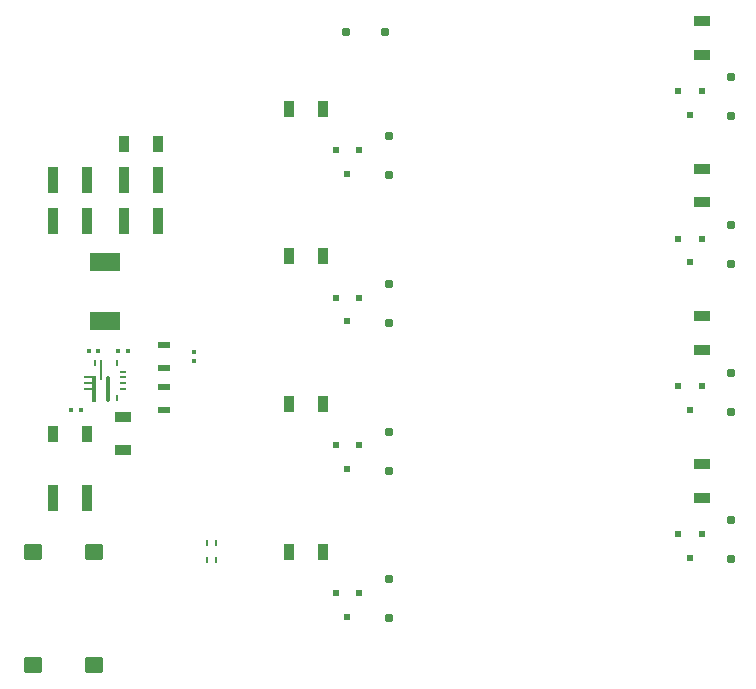
<source format=gbr>
G04 --- HEADER BEGIN --- *
G04 #@! TF.GenerationSoftware,LibrePCB,LibrePCB,1.0.0*
G04 #@! TF.CreationDate,2024-05-06T14:58:10*
G04 #@! TF.ProjectId,OSm Thermal,b11a65fa-6c4c-431c-8545-341aca355aaf,v1.7*
G04 #@! TF.Part,Single*
G04 #@! TF.SameCoordinates*
G04 #@! TF.FileFunction,Paste,Top*
G04 #@! TF.FilePolarity,Positive*
%FSLAX66Y66*%
%MOMM*%
G01*
G75*
G04 --- HEADER END --- *
G04 --- APERTURE LIST BEGIN --- *
%AMROUNDEDRECT10*20,1,0.72,-0.225,0.0,0.225,0.0,0.0*20,1,0.45,-0.36,0.0,0.36,0.0,0.0*1,1,0.27,-0.225,0.225*1,1,0.27,0.225,0.225*1,1,0.27,0.225,-0.225*1,1,0.27,-0.225,-0.225*%
%ADD10ROUNDEDRECT10*%
%AMROUNDEDRECT11*20,1,1.6,-1.25,0.0,1.25,0.0,0.0*20,1,1.5,-1.3,0.0,1.3,0.0,0.0*1,1,0.1,-1.25,0.75*1,1,0.1,1.25,0.75*1,1,0.1,1.25,-0.75*1,1,0.1,-1.25,-0.75*%
%ADD11ROUNDEDRECT11*%
%AMROUNDEDRECT12*20,1,0.2,-0.2375,0.0,0.2375,0.0,0.0*20,1,0.125,-0.275,0.0,0.275,0.0,0.0*1,1,0.075,-0.2375,0.0625*1,1,0.075,0.2375,0.0625*1,1,0.075,0.2375,-0.0625*1,1,0.075,-0.2375,-0.0625*%
%ADD12ROUNDEDRECT12*%
%AMROUNDEDRECT13*20,1,0.2,-0.2375,0.0,0.2375,0.0,90.0*20,1,0.125,-0.275,0.0,0.275,0.0,90.0*1,1,0.075,-0.0625,-0.2375*1,1,0.075,-0.0625,0.2375*1,1,0.075,0.0625,0.2375*1,1,0.075,0.0625,-0.2375*%
%ADD13ROUNDEDRECT13*%
%AMROUNDEDRECT14*20,1,0.2,-0.2875,0.0,0.2875,0.0,0.0*20,1,0.125,-0.325,0.0,0.325,0.0,0.0*1,1,0.075,-0.2875,0.0625*1,1,0.075,0.2875,0.0625*1,1,0.075,0.2875,-0.0625*1,1,0.075,-0.2875,-0.0625*%
%ADD14ROUNDEDRECT14*%
%AMOUTLINE15*4,1,16,0.15,-1.086603,0.186603,-1.05,0.2,-1.0,0.2,1.0,0.186603,1.05,0.15,1.086603,0.1,1.1,-0.1,1.1,-0.15,1.086603,-0.186603,1.05,-0.2,1.0,-0.2,-1.0,-0.186603,-1.05,-0.15,-1.086603,-0.1,-1.1,0.1,-1.1,0.15,-1.086603,180.0*%
%ADD15OUTLINE15*%
%AMROUNDEDRECT16*20,1,0.2,-0.8375,0.0,0.8375,0.0,90.0*20,1,0.125,-0.875,0.0,0.875,0.0,90.0*1,1,0.075,-0.0625,-0.8375*1,1,0.075,-0.0625,0.8375*1,1,0.075,0.0625,0.8375*1,1,0.075,0.0625,-0.8375*%
%ADD16ROUNDEDRECT16*%
%AMROUNDEDRECT17*20,1,0.32,-1.0,0.0,1.0,0.0,90.0*20,1,0.2,-1.06,0.0,1.06,0.0,90.0*1,1,0.12,-0.1,-1.0*1,1,0.12,-0.1,1.0*1,1,0.12,0.1,1.0*1,1,0.12,0.1,-1.0*%
%ADD17ROUNDEDRECT17*%
%ADD18R,1.1X0.6*%
%ADD19R,1.39X0.84*%
%ADD20R,0.32X0.42*%
%ADD21R,0.84X1.39*%
%ADD22R,0.84X2.29*%
%AMROUNDEDRECT23*20,1,0.56,-0.175,0.0,0.175,0.0,0.0*20,1,0.35,-0.28,0.0,0.28,0.0,0.0*1,1,0.21,-0.175,0.175*1,1,0.21,0.175,0.175*1,1,0.21,0.175,-0.175*1,1,0.21,-0.175,-0.175*%
%ADD23ROUNDEDRECT23*%
%AMROUNDEDRECT24*20,1,1.28,-0.652,0.0,0.652,0.0,0.0*20,1,1.104,-0.74,0.0,0.74,0.0,0.0*1,1,0.176,-0.652,0.552*1,1,0.176,0.652,0.552*1,1,0.176,0.652,-0.552*1,1,0.176,-0.652,-0.552*%
%ADD24ROUNDEDRECT24*%
%AMROUNDEDRECT25*20,1,0.24,-0.175,0.0,0.175,0.0,90.0*20,1,0.15,-0.22,0.0,0.22,0.0,90.0*1,1,0.09,-0.075,-0.175*1,1,0.09,-0.075,0.175*1,1,0.09,0.075,0.175*1,1,0.09,0.075,-0.175*%
%ADD25ROUNDEDRECT25*%
%ADD26R,0.42X0.32*%
G04 --- APERTURE LIST END --- *
G04 --- BOARD BEGIN --- *
D10*
G04 #@! TO.C,D6*
X84500000Y-47850000D03*
X84500000Y-51150000D03*
D11*
G04 #@! TO.C,L1*
X31500000Y-31000000D03*
X31500000Y-26000000D03*
D10*
G04 #@! TO.C,D7*
X84500000Y-35350000D03*
X84500000Y-38650000D03*
G04 #@! TO.C,D9*
X84500000Y-10350000D03*
X84500000Y-13650000D03*
D12*
G04 #@! TO.C,U1*
X33000000Y-35750000D03*
D13*
X32500000Y-37500000D03*
X32500000Y-34500000D03*
D14*
X30050000Y-36250000D03*
D13*
X30600000Y-34500000D03*
D12*
X33000000Y-35250000D03*
D15*
X30500000Y-36700000D03*
D12*
X33000000Y-36250000D03*
X33000000Y-36750000D03*
D16*
X31100000Y-35100000D03*
D14*
X30050000Y-35750000D03*
D17*
X31700000Y-36700000D03*
D14*
X30050000Y-36750000D03*
D18*
G04 #@! TO.C,R2*
X36500000Y-34975000D03*
X36500000Y-33025000D03*
D19*
G04 #@! TO.C,R10*
X82000000Y-20925000D03*
X82000000Y-18075000D03*
D20*
G04 #@! TO.C,C5*
X28600000Y-38500000D03*
X29400000Y-38500000D03*
D21*
G04 #@! TO.C,C4*
X29925000Y-40500000D03*
X27075000Y-40500000D03*
D22*
G04 #@! TO.C,C7*
X27075000Y-19000000D03*
X29925000Y-19000000D03*
D18*
G04 #@! TO.C,R3*
X36500000Y-38475000D03*
X36500000Y-36525000D03*
D23*
G04 #@! TO.C,Q2*
X53000000Y-41500000D03*
X51000000Y-41500000D03*
X52000000Y-43500000D03*
D19*
G04 #@! TO.C,R1*
X33000000Y-39075000D03*
X33000000Y-41925000D03*
D22*
G04 #@! TO.C,C3*
X29925000Y-46000000D03*
X27075000Y-46000000D03*
D24*
G04 #@! TO.C,BR1*
X25400000Y-60100000D03*
X30500000Y-50500000D03*
X25400000Y-50500000D03*
X30500000Y-60100000D03*
D21*
G04 #@! TO.C,R5*
X49925000Y-38000000D03*
X47075000Y-38000000D03*
D23*
G04 #@! TO.C,Q5*
X82000000Y-49000000D03*
X80000000Y-49000000D03*
X81000000Y-51000000D03*
D20*
G04 #@! TO.C,C1*
X32600000Y-33500000D03*
X33400000Y-33500000D03*
D22*
G04 #@! TO.C,C10*
X27075000Y-22500000D03*
X29925000Y-22500000D03*
D10*
G04 #@! TO.C,D3*
X55500000Y-40350000D03*
X55500000Y-43650000D03*
D20*
G04 #@! TO.C,C2*
X30900000Y-33500000D03*
X30100000Y-33500000D03*
D10*
G04 #@! TO.C,D2*
X55500000Y-52850000D03*
X55500000Y-56150000D03*
D23*
G04 #@! TO.C,Q4*
X53000000Y-16500000D03*
X51000000Y-16500000D03*
X52000000Y-18500000D03*
D10*
G04 #@! TO.C,D8*
X84500000Y-22850000D03*
X84500000Y-26150000D03*
D21*
G04 #@! TO.C,R4*
X49925000Y-50500000D03*
X47075000Y-50500000D03*
D23*
G04 #@! TO.C,Q8*
X82000000Y-11500000D03*
X80000000Y-11500000D03*
X81000000Y-13500000D03*
D21*
G04 #@! TO.C,R7*
X49925000Y-13000000D03*
X47075000Y-13000000D03*
D23*
G04 #@! TO.C,Q3*
X53000000Y-29000000D03*
X51000000Y-29000000D03*
X52000000Y-31000000D03*
D21*
G04 #@! TO.C,C6*
X35925000Y-16000000D03*
X33075000Y-16000000D03*
D19*
G04 #@! TO.C,R11*
X82000000Y-8425000D03*
X82000000Y-5575000D03*
G04 #@! TO.C,R8*
X82000000Y-45925000D03*
X82000000Y-43075000D03*
D10*
G04 #@! TO.C,D4*
X55500000Y-27850000D03*
X55500000Y-31150000D03*
D23*
G04 #@! TO.C,Q1*
X53000000Y-54000000D03*
X51000000Y-54000000D03*
X52000000Y-56000000D03*
D25*
G04 #@! TO.C,U2*
X40900000Y-51200000D03*
X40900000Y-49800000D03*
X40100000Y-49800000D03*
X40100000Y-51200000D03*
D23*
G04 #@! TO.C,Q7*
X82000000Y-24000000D03*
X80000000Y-24000000D03*
X81000000Y-26000000D03*
D21*
G04 #@! TO.C,R6*
X49925000Y-25500000D03*
X47075000Y-25500000D03*
D19*
G04 #@! TO.C,R9*
X82000000Y-33425000D03*
X82000000Y-30575000D03*
D22*
G04 #@! TO.C,C9*
X35925000Y-22500000D03*
X33075000Y-22500000D03*
D10*
G04 #@! TO.C,D5*
X55500000Y-15350000D03*
X55500000Y-18650000D03*
D26*
G04 #@! TO.C,C11*
X39000000Y-33600000D03*
X39000000Y-34400000D03*
D22*
G04 #@! TO.C,C8*
X35925000Y-19000000D03*
X33075000Y-19000000D03*
D23*
G04 #@! TO.C,Q6*
X82000000Y-36500000D03*
X80000000Y-36500000D03*
X81000000Y-38500000D03*
D10*
G04 #@! TO.C,D1*
X55150000Y-6500000D03*
X51850000Y-6500000D03*
G04 --- BOARD END --- *
G04 #@! TF.MD5,4fe3181ea0619905ab271bb95e79a210*
M02*

</source>
